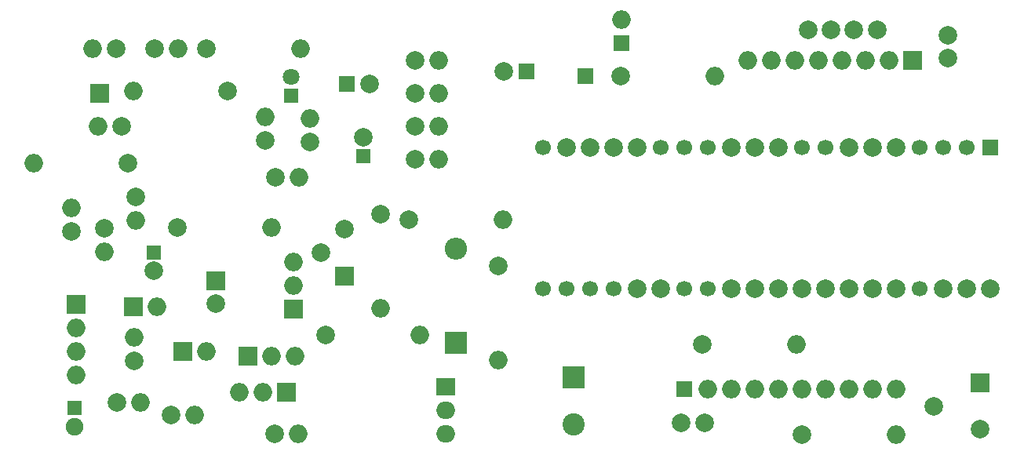
<source format=gts>
%TF.GenerationSoftware,KiCad,Pcbnew,(5.1.10)-1*%
%TF.CreationDate,2021-07-24T22:22:28-04:00*%
%TF.ProjectId,PSU_fix,5053555f-6669-4782-9e6b-696361645f70,rev?*%
%TF.SameCoordinates,Original*%
%TF.FileFunction,Soldermask,Top*%
%TF.FilePolarity,Negative*%
%FSLAX46Y46*%
G04 Gerber Fmt 4.6, Leading zero omitted, Abs format (unit mm)*
G04 Created by KiCad (PCBNEW (5.1.10)-1) date 2021-07-24 22:22:28*
%MOMM*%
%LPD*%
G01*
G04 APERTURE LIST*
%ADD10R,2.000000X2.000000*%
%ADD11C,2.000000*%
%ADD12O,2.000000X2.000000*%
%ADD13R,1.700000X1.700000*%
%ADD14C,1.700000*%
%ADD15R,1.500000X1.500000*%
%ADD16C,1.900000*%
%ADD17R,1.600000X1.600000*%
%ADD18C,1.800000*%
%ADD19R,1.800000X1.800000*%
%ADD20R,2.400000X2.400000*%
%ADD21O,2.400000X2.400000*%
%ADD22R,2.000000X1.905000*%
%ADD23O,2.000000X1.905000*%
%ADD24C,2.400000*%
G04 APERTURE END LIST*
D10*
%TO.C,C6*%
X89408000Y-72009000D03*
D11*
X89408000Y-74509000D03*
%TD*%
D10*
%TO.C,J11*%
X80518000Y-74803000D03*
D12*
X83058000Y-74803000D03*
%TD*%
D11*
%TO.C,R9*%
X80772000Y-62992000D03*
D12*
X80772000Y-65532000D03*
%TD*%
D11*
%TO.C,BP1*%
X172974000Y-72898000D03*
D13*
X172974000Y-57658000D03*
D11*
X170434000Y-72898000D03*
D14*
X170434000Y-57658000D03*
D11*
X167894000Y-72898000D03*
D14*
X167894000Y-57658000D03*
X165354000Y-72898000D03*
X165354000Y-57658000D03*
D11*
X162814000Y-72898000D03*
X162814000Y-57658000D03*
X160274000Y-72898000D03*
X160274000Y-57658000D03*
X157734000Y-72898000D03*
X157734000Y-57658000D03*
X155194000Y-72898000D03*
D14*
X155194000Y-57658000D03*
D11*
X152654000Y-72898000D03*
D14*
X152654000Y-57658000D03*
D11*
X150114000Y-72898000D03*
X150114000Y-57658000D03*
X147574000Y-72898000D03*
X147574000Y-57658000D03*
X145034000Y-72898000D03*
X145034000Y-57658000D03*
D14*
X142494000Y-72898000D03*
X142494000Y-57658000D03*
X139954000Y-72898000D03*
X139954000Y-57658000D03*
D11*
X137414000Y-72898000D03*
D14*
X137414000Y-57658000D03*
D11*
X134874000Y-72898000D03*
X134874000Y-57658000D03*
D14*
X132334000Y-72898000D03*
D11*
X132334000Y-57658000D03*
D14*
X129794000Y-72898000D03*
D11*
X129794000Y-57658000D03*
D14*
X127254000Y-72898000D03*
D11*
X127254000Y-57658000D03*
D14*
X124714000Y-72898000D03*
X124714000Y-57658000D03*
%TD*%
D11*
%TO.C,C1*%
X105283000Y-56547000D03*
D15*
X105283000Y-58547000D03*
%TD*%
%TO.C,C2*%
X74104500Y-85788500D03*
D16*
X74104500Y-87788500D03*
%TD*%
D11*
%TO.C,C3*%
X82677000Y-70961000D03*
D17*
X82677000Y-68961000D03*
%TD*%
D15*
%TO.C,C4*%
X97536000Y-52070000D03*
D18*
X97536000Y-50070000D03*
%TD*%
D11*
%TO.C,C5*%
X139587600Y-87376000D03*
X142087600Y-87376000D03*
%TD*%
%TO.C,C8*%
X106005000Y-50800000D03*
D19*
X103505000Y-50800000D03*
%TD*%
D11*
%TO.C,C9*%
X153289000Y-44958000D03*
X155789000Y-44958000D03*
%TD*%
%TO.C,C10*%
X158242000Y-44958000D03*
X160742000Y-44958000D03*
%TD*%
%TO.C,C11*%
X168402000Y-45506000D03*
X168402000Y-48006000D03*
%TD*%
%TO.C,C12*%
X120436000Y-49466500D03*
D19*
X122936000Y-49466500D03*
%TD*%
D20*
%TO.C,D1*%
X115316000Y-78740000D03*
D21*
X115316000Y-68580000D03*
%TD*%
D10*
%TO.C,J1*%
X76835000Y-51816000D03*
%TD*%
%TO.C,J6*%
X164592000Y-48260000D03*
D12*
X162052000Y-48260000D03*
X159512000Y-48260000D03*
X156972000Y-48260000D03*
X154432000Y-48260000D03*
X151892000Y-48260000D03*
X149352000Y-48260000D03*
X146812000Y-48260000D03*
%TD*%
%TO.C,J7*%
X88392000Y-79629000D03*
D10*
X85852000Y-79629000D03*
%TD*%
D13*
%TO.C,J8*%
X129286000Y-49911000D03*
%TD*%
%TO.C,J9*%
X133159500Y-46418500D03*
D12*
X133159500Y-43878500D03*
%TD*%
D19*
%TO.C,J10*%
X139954000Y-83693000D03*
D12*
X142494000Y-83693000D03*
X145034000Y-83693000D03*
X147574000Y-83693000D03*
X150114000Y-83693000D03*
X152654000Y-83693000D03*
X155194000Y-83693000D03*
X157734000Y-83693000D03*
X160274000Y-83693000D03*
X162814000Y-83693000D03*
%TD*%
D10*
%TO.C,J14*%
X97028000Y-84074000D03*
D12*
X94488000Y-84074000D03*
X91948000Y-84074000D03*
%TD*%
D10*
%TO.C,Q1*%
X92837000Y-80137000D03*
D12*
X95377000Y-80137000D03*
X97917000Y-80137000D03*
%TD*%
%TO.C,Q2*%
X97790000Y-69977000D03*
X97790000Y-72517000D03*
D10*
X97790000Y-75057000D03*
%TD*%
D12*
%TO.C,R4*%
X76708000Y-55372000D03*
D11*
X79248000Y-55372000D03*
%TD*%
D12*
%TO.C,R6*%
X76073000Y-46990000D03*
D11*
X78613000Y-46990000D03*
%TD*%
%TO.C,R7*%
X99568000Y-57023000D03*
D12*
X99568000Y-54483000D03*
%TD*%
D11*
%TO.C,R10*%
X82804000Y-46990000D03*
D12*
X85344000Y-46990000D03*
%TD*%
D11*
%TO.C,R11*%
X94742000Y-56896000D03*
D12*
X94742000Y-54356000D03*
%TD*%
D11*
%TO.C,R12*%
X78676500Y-85153500D03*
D12*
X81216500Y-85153500D03*
%TD*%
%TO.C,R13*%
X98247200Y-88595200D03*
D11*
X95707200Y-88595200D03*
%TD*%
%TO.C,RV1*%
X171831000Y-88058000D03*
D10*
X171831000Y-83058000D03*
D11*
X166831000Y-85558000D03*
%TD*%
D12*
%TO.C,R14*%
X95377000Y-66294000D03*
D11*
X85217000Y-66294000D03*
%TD*%
%TO.C,R15*%
X88392000Y-46990000D03*
D12*
X98552000Y-46990000D03*
%TD*%
D11*
%TO.C,R17*%
X101219000Y-77851000D03*
D12*
X111379000Y-77851000D03*
%TD*%
D11*
%TO.C,R18*%
X133096000Y-49911000D03*
D12*
X143256000Y-49911000D03*
%TD*%
D11*
%TO.C,R16*%
X90678000Y-51562000D03*
D12*
X80518000Y-51562000D03*
%TD*%
D11*
%TO.C,R5*%
X79883000Y-59309000D03*
D12*
X69723000Y-59309000D03*
%TD*%
%TO.C,R26*%
X107124500Y-74993500D03*
D11*
X107124500Y-64833500D03*
%TD*%
%TO.C,R28*%
X119888000Y-70408800D03*
D12*
X119888000Y-80568800D03*
%TD*%
D11*
%TO.C,R27*%
X110185200Y-65430400D03*
D12*
X120345200Y-65430400D03*
%TD*%
D22*
%TO.C,U4*%
X114173000Y-83439000D03*
D23*
X114173000Y-85979000D03*
X114173000Y-88519000D03*
%TD*%
D11*
%TO.C,R19*%
X152654000Y-88671400D03*
D12*
X162814000Y-88671400D03*
%TD*%
D10*
%TO.C,J2*%
X74295000Y-74612500D03*
D12*
X74295000Y-77152500D03*
X74295000Y-79692500D03*
X74295000Y-82232500D03*
%TD*%
D11*
%TO.C,R20*%
X80581500Y-80645000D03*
D12*
X80581500Y-78105000D03*
%TD*%
D11*
%TO.C,R8*%
X141859000Y-78917800D03*
D12*
X152019000Y-78917800D03*
%TD*%
D11*
%TO.C,R21*%
X84582000Y-86487000D03*
D12*
X87122000Y-86487000D03*
%TD*%
D11*
%TO.C,R2*%
X95808800Y-60909200D03*
D12*
X98348800Y-60909200D03*
%TD*%
D11*
%TO.C,R1*%
X73787000Y-66675000D03*
D12*
X73787000Y-64135000D03*
%TD*%
%TO.C,R3*%
X77343000Y-68897500D03*
D11*
X77343000Y-66357500D03*
%TD*%
D12*
%TO.C,R22*%
X113385600Y-48234600D03*
D11*
X110845600Y-48234600D03*
%TD*%
%TO.C,R23*%
X110845600Y-51790600D03*
D12*
X113385600Y-51790600D03*
%TD*%
%TO.C,R24*%
X113385600Y-55346600D03*
D11*
X110845600Y-55346600D03*
%TD*%
%TO.C,R25*%
X110845600Y-58902600D03*
D12*
X113385600Y-58902600D03*
%TD*%
D11*
%TO.C,U3*%
X100685600Y-68986400D03*
X103225600Y-66446400D03*
D10*
X103225600Y-71526400D03*
%TD*%
D20*
%TO.C,C7*%
X128016000Y-82499200D03*
D24*
X128016000Y-87499200D03*
%TD*%
M02*

</source>
